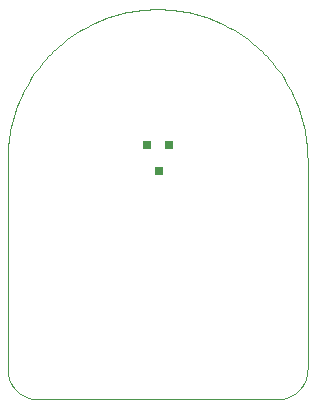
<source format=gtp>
G75*
%MOIN*%
%OFA0B0*%
%FSLAX25Y25*%
%IPPOS*%
%LPD*%
%AMOC8*
5,1,8,0,0,1.08239X$1,22.5*
%
%ADD10R,0.02992X0.02992*%
%ADD11C,0.00000*%
D10*
X0057194Y0100069D03*
X0060737Y0108730D03*
X0053257Y0108730D03*
D11*
X0016800Y0024006D02*
X0096800Y0024006D01*
X0097042Y0024009D01*
X0097283Y0024018D01*
X0097524Y0024032D01*
X0097765Y0024053D01*
X0098005Y0024079D01*
X0098245Y0024111D01*
X0098484Y0024149D01*
X0098721Y0024192D01*
X0098958Y0024242D01*
X0099193Y0024297D01*
X0099427Y0024357D01*
X0099659Y0024424D01*
X0099890Y0024495D01*
X0100119Y0024573D01*
X0100346Y0024656D01*
X0100571Y0024744D01*
X0100794Y0024838D01*
X0101014Y0024937D01*
X0101232Y0025042D01*
X0101447Y0025151D01*
X0101660Y0025266D01*
X0101870Y0025386D01*
X0102076Y0025511D01*
X0102280Y0025641D01*
X0102481Y0025776D01*
X0102678Y0025916D01*
X0102872Y0026060D01*
X0103062Y0026209D01*
X0103248Y0026363D01*
X0103431Y0026521D01*
X0103610Y0026683D01*
X0103785Y0026850D01*
X0103956Y0027021D01*
X0104123Y0027196D01*
X0104285Y0027375D01*
X0104443Y0027558D01*
X0104597Y0027744D01*
X0104746Y0027934D01*
X0104890Y0028128D01*
X0105030Y0028325D01*
X0105165Y0028526D01*
X0105295Y0028730D01*
X0105420Y0028936D01*
X0105540Y0029146D01*
X0105655Y0029359D01*
X0105764Y0029574D01*
X0105869Y0029792D01*
X0105968Y0030012D01*
X0106062Y0030235D01*
X0106150Y0030460D01*
X0106233Y0030687D01*
X0106311Y0030916D01*
X0106382Y0031147D01*
X0106449Y0031379D01*
X0106509Y0031613D01*
X0106564Y0031848D01*
X0106614Y0032085D01*
X0106657Y0032322D01*
X0106695Y0032561D01*
X0106727Y0032801D01*
X0106753Y0033041D01*
X0106774Y0033282D01*
X0106788Y0033523D01*
X0106797Y0033764D01*
X0106800Y0034006D01*
X0106800Y0104006D01*
X0106785Y0105224D01*
X0106741Y0106440D01*
X0106667Y0107656D01*
X0106563Y0108869D01*
X0106430Y0110079D01*
X0106267Y0111286D01*
X0106075Y0112488D01*
X0105854Y0113686D01*
X0105604Y0114878D01*
X0105325Y0116063D01*
X0105017Y0117241D01*
X0104680Y0118411D01*
X0104315Y0119573D01*
X0103922Y0120725D01*
X0103501Y0121868D01*
X0103052Y0122999D01*
X0102576Y0124120D01*
X0102072Y0125229D01*
X0101542Y0126325D01*
X0100985Y0127408D01*
X0100402Y0128477D01*
X0099794Y0129531D01*
X0099159Y0130571D01*
X0098500Y0131594D01*
X0097816Y0132602D01*
X0097107Y0133592D01*
X0096375Y0134565D01*
X0095619Y0135519D01*
X0094840Y0136455D01*
X0094039Y0137372D01*
X0093215Y0138269D01*
X0092370Y0139145D01*
X0091504Y0140001D01*
X0090617Y0140836D01*
X0089710Y0141648D01*
X0088784Y0142438D01*
X0087838Y0143206D01*
X0086875Y0143950D01*
X0085893Y0144670D01*
X0084894Y0145367D01*
X0083879Y0146039D01*
X0082847Y0146686D01*
X0081800Y0147307D01*
X0080738Y0147903D01*
X0079662Y0148473D01*
X0078573Y0149017D01*
X0077470Y0149533D01*
X0076355Y0150023D01*
X0075229Y0150486D01*
X0074092Y0150921D01*
X0072944Y0151328D01*
X0071787Y0151707D01*
X0070621Y0152058D01*
X0069447Y0152380D01*
X0068265Y0152674D01*
X0067076Y0152939D01*
X0065882Y0153174D01*
X0064682Y0153381D01*
X0063477Y0153558D01*
X0062269Y0153706D01*
X0061057Y0153824D01*
X0059842Y0153913D01*
X0058626Y0153973D01*
X0057409Y0154002D01*
X0056191Y0154002D01*
X0054974Y0153973D01*
X0053758Y0153913D01*
X0052543Y0153824D01*
X0051331Y0153706D01*
X0050123Y0153558D01*
X0048918Y0153381D01*
X0047718Y0153174D01*
X0046524Y0152939D01*
X0045335Y0152674D01*
X0044153Y0152380D01*
X0042979Y0152058D01*
X0041813Y0151707D01*
X0040656Y0151328D01*
X0039508Y0150921D01*
X0038371Y0150486D01*
X0037245Y0150023D01*
X0036130Y0149533D01*
X0035027Y0149017D01*
X0033938Y0148473D01*
X0032862Y0147903D01*
X0031800Y0147307D01*
X0030753Y0146686D01*
X0029721Y0146039D01*
X0028706Y0145367D01*
X0027707Y0144670D01*
X0026725Y0143950D01*
X0025762Y0143206D01*
X0024816Y0142438D01*
X0023890Y0141648D01*
X0022983Y0140836D01*
X0022096Y0140001D01*
X0021230Y0139145D01*
X0020385Y0138269D01*
X0019561Y0137372D01*
X0018760Y0136455D01*
X0017981Y0135519D01*
X0017225Y0134565D01*
X0016493Y0133592D01*
X0015784Y0132602D01*
X0015100Y0131594D01*
X0014441Y0130571D01*
X0013806Y0129531D01*
X0013198Y0128477D01*
X0012615Y0127408D01*
X0012058Y0126325D01*
X0011528Y0125229D01*
X0011024Y0124120D01*
X0010548Y0122999D01*
X0010099Y0121868D01*
X0009678Y0120725D01*
X0009285Y0119573D01*
X0008920Y0118411D01*
X0008583Y0117241D01*
X0008275Y0116063D01*
X0007996Y0114878D01*
X0007746Y0113686D01*
X0007525Y0112488D01*
X0007333Y0111286D01*
X0007170Y0110079D01*
X0007037Y0108869D01*
X0006933Y0107656D01*
X0006859Y0106440D01*
X0006815Y0105224D01*
X0006800Y0104006D01*
X0006800Y0034006D01*
X0006803Y0033764D01*
X0006812Y0033523D01*
X0006826Y0033282D01*
X0006847Y0033041D01*
X0006873Y0032801D01*
X0006905Y0032561D01*
X0006943Y0032322D01*
X0006986Y0032085D01*
X0007036Y0031848D01*
X0007091Y0031613D01*
X0007151Y0031379D01*
X0007218Y0031147D01*
X0007289Y0030916D01*
X0007367Y0030687D01*
X0007450Y0030460D01*
X0007538Y0030235D01*
X0007632Y0030012D01*
X0007731Y0029792D01*
X0007836Y0029574D01*
X0007945Y0029359D01*
X0008060Y0029146D01*
X0008180Y0028936D01*
X0008305Y0028730D01*
X0008435Y0028526D01*
X0008570Y0028325D01*
X0008710Y0028128D01*
X0008854Y0027934D01*
X0009003Y0027744D01*
X0009157Y0027558D01*
X0009315Y0027375D01*
X0009477Y0027196D01*
X0009644Y0027021D01*
X0009815Y0026850D01*
X0009990Y0026683D01*
X0010169Y0026521D01*
X0010352Y0026363D01*
X0010538Y0026209D01*
X0010728Y0026060D01*
X0010922Y0025916D01*
X0011119Y0025776D01*
X0011320Y0025641D01*
X0011524Y0025511D01*
X0011730Y0025386D01*
X0011940Y0025266D01*
X0012153Y0025151D01*
X0012368Y0025042D01*
X0012586Y0024937D01*
X0012806Y0024838D01*
X0013029Y0024744D01*
X0013254Y0024656D01*
X0013481Y0024573D01*
X0013710Y0024495D01*
X0013941Y0024424D01*
X0014173Y0024357D01*
X0014407Y0024297D01*
X0014642Y0024242D01*
X0014879Y0024192D01*
X0015116Y0024149D01*
X0015355Y0024111D01*
X0015595Y0024079D01*
X0015835Y0024053D01*
X0016076Y0024032D01*
X0016317Y0024018D01*
X0016558Y0024009D01*
X0016800Y0024006D01*
M02*

</source>
